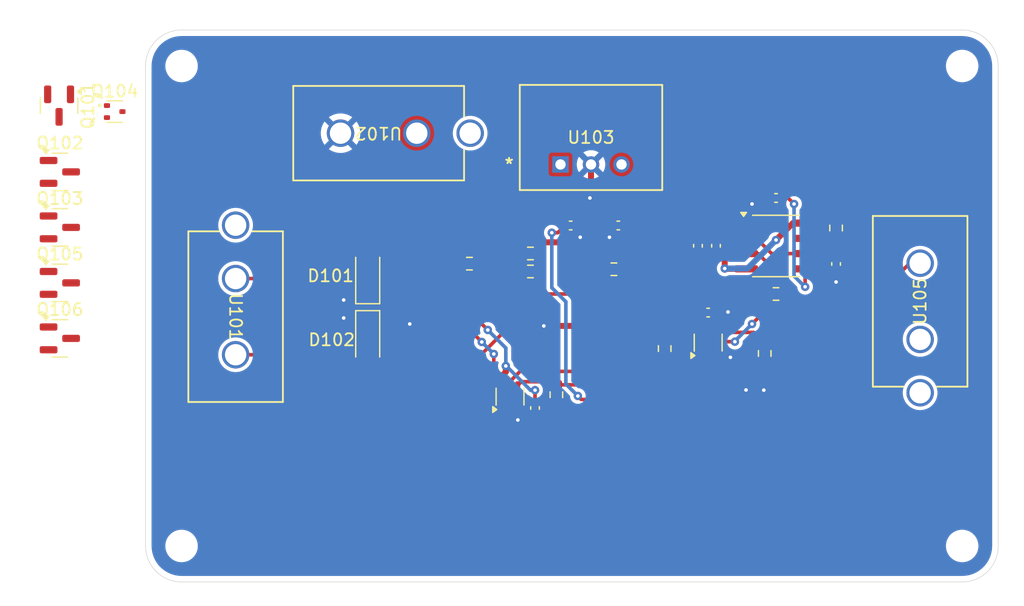
<source format=kicad_pcb>
(kicad_pcb (version 20241229) (generator "pcbnew") (generator_version "9.0")
  (layers (0 "F.Cu" signal) (2 "B.Cu" signal) (13 "F.Paste" user) (15 "B.Paste" user) (5 "F.SilkS" user "F.Silkscreen") (7 "B.SilkS" user "B.Silkscreen") (1 "F.Mask" user) (3 "B.Mask" user) (25 "Edge.Cuts" user))
  (net 0 "")
  (net 1 "+5V")
  (net 2 "/CLOCK")
  (net 3 "GND")
  (net 4 "/THRESH")
  (net 5 "/BMS_LV")
  (net 6 "Net-(Q104-G)")
  (net 7 "/IMD_LV")
  (net 8 "Net-(Q105-D)")
  (net 9 "Net-(Q106-G)")
  (net 10 "+12V")
  (net 11 "Net-(U107-CV)")
  (net 13 "BMS_HV")
  (net 14 "IMD_HV")
  (net 15 "Net-(D103-K)")
  (net 16 "Net-(D103-A)")
  (net 17 "Net-(Q104-S)")
  (net 18 "Net-(Q106-D)")
  (footprint "CONNECTOR:641964-1_TYC" (layer "F.Cu") (at 144.586 90.6 180)
    (property "Reference" "U102" (at 3.175 0 180) (layer "F.SilkS"))
    (property "Value" "641964-1")
    (fp_line (start 10.287 3.937) (end 10.287 -3.937) (stroke (width 0.1524)) (layer "F.SilkS"))
    (fp_line (start 10.287 -3.937) (end -3.937 -3.937) (stroke (width 0.1524)) (layer "F.SilkS"))
    (fp_line (start -3.937 3.937) (end 10.287 3.937) (stroke (width 0.1524)) (layer "F.SilkS"))
    (fp_line (start -3.937 1.385548) (end -3.937 3.937) (stroke (width 0.1524)) (layer "F.SilkS"))
    (fp_line (start -3.937 -3.937) (end -3.937 -1.385548) (stroke (width 0.1524)) (layer "F.SilkS"))
    (fp_circle (center -4.572 0) (end -4.191 0) (stroke (width 0.508)) (fill no) (layer "B.SilkS"))
    (pad "1" thru_hole circle (at 0 0 180) (size 2.286 2.286) (drill 1.778) (layers "*.Cu" "*.Mask") (net 10 "+12V"))
    (pad "2" thru_hole circle (at 6.35 0 180) (size 2.286 2.286) (drill 1.778) (layers "*.Cu" "*.Mask") (net 3 "GND"))
    (pad "3" thru_hole circle (at -4.445 0 180) (size 2.286 2.286) (drill 1.778) (layers "*.Cu" "*.Mask"))
  )
  (footprint "Capacitor_SMD:C_0402_1005Metric" (layer "F.Cu") (at 157.4 98.2925)
    (property "Reference" "C101" (hide yes))
    (property "Value" "10uF")
    (fp_line (start -0.107836 -0.36) (end 0.107836 -0.36) (stroke (width 0.12)) (layer "F.SilkS"))
    (fp_line (start -0.107836 0.36) (end 0.107836 0.36) (stroke (width 0.12)) (layer "F.SilkS"))
    (pad "1" smd roundrect (at -0.48 0) (size 0.56 0.62) (layers "F.Cu" "F.Mask" "F.Paste") (net 10 "+12V"))
    (pad "2" smd roundrect (at 0.48 0) (size 0.56 0.62) (layers "F.Cu" "F.Mask" "F.Paste") (net 3 "GND"))
  )
  (footprint "Capacitor_SMD:C_0402_1005Metric" (layer "F.Cu") (at 168.85 105.55)
    (property "Reference" "C107" (hide yes))
    (property "Value" "0.1u")
    (fp_line (start -0.107836 -0.36) (end 0.107836 -0.36) (stroke (width 0.12)) (layer "F.SilkS"))
    (fp_line (start -0.107836 0.36) (end 0.107836 0.36) (stroke (width 0.12)) (layer "F.SilkS"))
    (pad "1" smd roundrect (at -0.48 0) (size 0.56 0.62) (layers "F.Cu" "F.Mask" "F.Paste") (net 1 "+5V"))
    (pad "2" smd roundrect (at 0.48 0) (size 0.56 0.62) (layers "F.Cu" "F.Mask" "F.Paste") (net 3 "GND"))
  )
  (footprint "Resistor_SMD:R_0603_1608Metric" (layer "F.Cu") (at 173.5575 108.9575 -90)
    (property "Reference" "R106" (hide yes))
    (property "Value" "1k")
    (fp_line (start -0.237258 0.5225) (end 0.237258 0.5225) (stroke (width 0.12)) (layer "F.SilkS"))
    (fp_line (start -0.237258 -0.5225) (end 0.237258 -0.5225) (stroke (width 0.12)) (layer "F.SilkS"))
    (pad "1" smd roundrect (at -0.825 0 270) (size 0.8 0.95) (layers "F.Cu" "F.Mask" "F.Paste") (net 9 "Net-(Q106-G)"))
    (pad "2" smd roundrect (at 0.825 0 270) (size 0.8 0.95) (layers "F.Cu" "F.Mask" "F.Paste") (net 3 "GND"))
  )
  (footprint "Package_TO_SOT_SMD:SOT-23" (layer "F.Cu") (at 114.8625 98.45)
    (property "Reference" "Q103" (at 0 -2.4 0) (layer "F.SilkS"))
    (property "Value" "Q_NMOS_GSD")
    (fp_line (start 0 -1.56) (end -0.65 -1.56) (stroke (width 0.12)) (layer "F.SilkS"))
    (fp_line (start 0 -1.56) (end 0.65 -1.56) (stroke (width 0.12)) (layer "F.SilkS"))
    (fp_line (start 0 1.56) (end -0.65 1.56) (stroke (width 0.12)) (layer "F.SilkS"))
    (fp_line (start 0 1.56) (end 0.65 1.56) (stroke (width 0.12)) (layer "F.SilkS"))
    (fp_poly (pts (xy -1.1625 -1.51) (xy -1.4025 -1.84) (xy -0.9225 -1.84) (xy -1.1625 -1.51)) (stroke (width 0.12)) (fill yes) (layer "F.SilkS"))
    (pad "1" smd roundrect (at -0.9375 -0.95) (size 1.475 0.6) (layers "F.Cu" "F.Mask" "F.Paste") (net 15 "Net-(D103-K)"))
    (pad "2" smd roundrect (at -0.9375 0.95) (size 1.475 0.6) (layers "F.Cu" "F.Mask" "F.Paste") (net 3 "GND"))
    (pad "3" smd roundrect (at 0.9375 0) (size 1.475 0.6) (layers "F.Cu" "F.Mask" "F.Paste") (net 7 "/IMD_LV"))
  )
  (footprint "Diode_SMD:D_SOD-123F" (layer "F.Cu") (at 140.5 102.6 90)
    (property "Reference" "D101" (at 0.111 -3.086 180) (layer "F.SilkS"))
    (property "Value" "D_TVS")
    (fp_line (start -2.21 -1) (end 1.65 -1) (stroke (width 0.12)) (layer "F.SilkS"))
    (fp_line (start -2.21 -1) (end -2.21 1) (stroke (width 0.12)) (layer "F.SilkS"))
    (fp_line (start -2.21 1) (end 1.65 1) (stroke (width 0.12)) (layer "F.SilkS"))
    (pad "1" smd roundrect (at -1.4 0 90) (size 1.1 1.1) (layers "F.Cu" "F.Mask" "F.Paste") (roundrect_rratio 0.2272727273) (net 3 "GND"))
    (pad "2" smd roundrect (at 1.4 0 90) (size 1.1 1.1) (layers "F.Cu" "F.Mask" "F.Paste") (roundrect_rratio 0.2272727273) (net 13 "BMS_HV"))
  )
  (footprint "MountingHole:MountingHole_2.2mm_M2" (layer "F.Cu") (at 125 85)
    (property "Reference" "H101")
    (property "Value" "MountingHole")
    (pad "" np_thru_hole circle (at 0 0) (size 2.2 2.2) (drill 2.2) (layers "*.Cu" "*.Mask"))
  )
  (footprint "Package_TO_SOT_SMD:SOT-353_SC-70-5" (layer "F.Cu") (at 168.85 108.05 90)
    (property "Reference" "U106" (hide yes))
    (property "Value" "74AHC1G08")
    (fp_line (start -0.71 -1.16) (end 0.7 -1.16) (stroke (width 0.12)) (layer "F.SilkS"))
    (fp_line (start -0.7 1.16) (end 0.7 1.16) (stroke (width 0.12)) (layer "F.SilkS"))
    (fp_poly (pts (xy -1.08 -1.11) (xy -1.32 -1.44) (xy -0.84 -1.44) (xy -1.08 -1.11)) (stroke (width 0.12)) (fill yes) (layer "F.SilkS"))
    (pad "1" smd roundrect (at -0.95 -0.65 90) (size 0.65 0.4) (layers "F.Cu" "F.Mask" "F.Paste") (net 8 "Net-(Q105-D)"))
    (pad "2" smd roundrect (at -0.95 0 90) (size 0.65 0.4) (layers "F.Cu" "F.Mask" "F.Paste") (net 2 "/CLOCK"))
    (pad "3" smd roundrect (at -0.95 0.65 90) (size 0.65 0.4) (layers "F.Cu" "F.Mask" "F.Paste") (net 3 "GND"))
    (pad "4" smd roundrect (at 0.95 0.65 90) (size 0.65 0.4) (layers "F.Cu" "F.Mask" "F.Paste") (net 9 "Net-(Q106-G)"))
    (pad "5" smd roundrect (at 0.95 -0.65 90) (size 0.65 0.4) (layers "F.Cu" "F.Mask" "F.Paste") (net 1 "+5V"))
  )
  (footprint "Resistor_SMD:R_0603_1608Metric" (layer "F.Cu") (at 154.05 102.125)
    (property "Reference" "D103" (hide yes))
    (property "Value" "RED")
    (fp_line (start -0.237258 -0.5225) (end 0.237258 -0.5225) (stroke (width 0.12)) (layer "F.SilkS"))
    (fp_line (start -0.237258 0.5225) (end 0.237258 0.5225) (stroke (width 0.12)) (layer "F.SilkS"))
    (pad "1" smd roundrect (at -0.825 0) (size 0.8 0.95) (layers "F.Cu" "F.Mask" "F.Paste") (net 15 "Net-(D103-K)"))
    (pad "2" smd roundrect (at 0.825 0) (size 0.8 0.95) (layers "F.Cu" "F.Mask" "F.Paste") (net 16 "Net-(D103-A)"))
  )
  (footprint "Resistor_SMD:R_0603_1608Metric" (layer "F.Cu") (at 174.5 104)
    (property "Reference" "R107" (hide yes))
    (property "Value" "15k")
    (fp_line (start -0.237258 -0.5225) (end 0.237258 -0.5225) (stroke (width 0.12)) (layer "F.SilkS"))
    (fp_line (start -0.237258 0.5225) (end 0.237258 0.5225) (stroke (width 0.12)) (layer "F.SilkS"))
    (pad "1" smd roundrect (at -0.825 0) (size 0.8 0.95) (layers "F.Cu" "F.Mask" "F.Paste") (net 2 "/CLOCK"))
    (pad "2" smd roundrect (at 0.825 0) (size 0.8 0.95) (layers "F.Cu" "F.Mask" "F.Paste") (net 4 "/THRESH"))
  )
  (footprint "MountingHole:MountingHole_2.2mm_M2" (layer "F.Cu") (at 190 125)
    (property "Reference" "H103")
    (property "Value" "MountingHole")
    (pad "" np_thru_hole circle (at 0 0) (size 2.2 2.2) (drill 2.2) (layers "*.Cu" "*.Mask"))
  )
  (footprint "MountingHole:MountingHole_2.2mm_M2" (layer "F.Cu") (at 190 85)
    (property "Reference" "H104")
    (property "Value" "MountingHole")
    (pad "" np_thru_hole circle (at 0 0) (size 2.2 2.2) (drill 2.2) (layers "*.Cu" "*.Mask"))
  )
  (footprint "Package_TO_SOT_SMD:SOT-23" (layer "F.Cu") (at 114.8625 93.825)
    (property "Reference" "Q102" (at 0 -2.4 0) (layer "F.SilkS"))
    (property "Value" "Q_NMOS_GSD")
    (fp_line (start 0 -1.56) (end -0.65 -1.56) (stroke (width 0.12)) (layer "F.SilkS"))
    (fp_line (start 0 -1.56) (end 0.65 -1.56) (stroke (width 0.12)) (layer "F.SilkS"))
    (fp_line (start 0 1.56) (end -0.65 1.56) (stroke (width 0.12)) (layer "F.SilkS"))
    (fp_line (start 0 1.56) (end 0.65 1.56) (stroke (width 0.12)) (layer "F.SilkS"))
    (fp_poly (pts (xy -1.1625 -1.51) (xy -1.4025 -1.84) (xy -0.9225 -1.84) (xy -1.1625 -1.51)) (stroke (width 0.12)) (fill yes) (layer "F.SilkS"))
    (pad "1" smd roundrect (at -0.9375 -0.95) (size 1.475 0.6) (layers "F.Cu" "F.Mask" "F.Paste") (net 14 "IMD_HV"))
    (pad "2" smd roundrect (at -0.9375 0.95) (size 1.475 0.6) (layers "F.Cu" "F.Mask" "F.Paste") (net 3 "GND"))
    (pad "3" smd roundrect (at 0.9375 0) (size 1.475 0.6) (layers "F.Cu" "F.Mask" "F.Paste") (net 15 "Net-(D103-K)"))
  )
  (footprint "Resistor_SMD:R_0603_1608Metric" (layer "F.Cu") (at 154.05 100.625)
    (property "Reference" "R102" (hide yes))
    (property "Value" "500R")
    (fp_line (start -0.237258 -0.5225) (end 0.237258 -0.5225) (stroke (width 0.12)) (layer "F.SilkS"))
    (fp_line (start -0.237258 0.5225) (end 0.237258 0.5225) (stroke (width 0.12)) (layer "F.SilkS"))
    (pad "1" smd roundrect (at -0.825 0) (size 0.8 0.95) (layers "F.Cu" "F.Mask" "F.Paste") (net 1 "+5V"))
    (pad "2" smd roundrect (at 0.825 0) (size 0.8 0.95) (layers "F.Cu" "F.Mask" "F.Paste") (net 16 "Net-(D103-A)"))
  )
  (footprint "Resistor_SMD:R_0603_1608Metric" (layer "F.Cu") (at 161 101.9375)
    (property "Reference" "R103" (hide yes))
    (property "Value" "10k")
    (fp_line (start -0.237258 -0.5225) (end 0.237258 -0.5225) (stroke (width 0.12)) (layer "F.SilkS"))
    (fp_line (start -0.237258 0.5225) (end 0.237258 0.5225) (stroke (width 0.12)) (layer "F.SilkS"))
    (pad "1" smd roundrect (at -0.825 0) (size 0.8 0.95) (layers "F.Cu" "F.Mask" "F.Paste") (net 1 "+5V"))
    (pad "2" smd roundrect (at 0.825 0) (size 0.8 0.95) (layers "F.Cu" "F.Mask" "F.Paste") (net 7 "/IMD_LV"))
  )
  (footprint "CONNECTOR:641964-1_TYC" (layer "F.Cu") (at 129.5 102.714 -90)
    (property "Reference" "U101" (at 3.175 0 270) (layer "F.SilkS"))
    (property "Value" "641964-1")
    (fp_line (start -3.937 3.937) (end 10.287 3.937) (stroke (width 0.1524)) (layer "F.SilkS"))
    (fp_line (start 10.287 3.937) (end 10.287 -3.937) (stroke (width 0.1524)) (layer "F.SilkS"))
    (fp_line (start -3.937 1.385548) (end -3.937 3.937) (stroke (width 0.1524)) (layer "F.SilkS"))
    (fp_line (start -3.937 -3.937) (end -3.937 -1.385548) (stroke (width 0.1524)) (layer "F.SilkS"))
    (fp_line (start 10.287 -3.937) (end -3.937 -3.937) (stroke (width 0.1524)) (layer "F.SilkS"))
    (fp_circle (center -4.572 0) (end -4.191 0) (stroke (width 0.508)) (fill no) (layer "B.SilkS"))
    (pad "1" thru_hole circle (at 0 0 270) (size 2.286 2.286) (drill 1.778) (layers "*.Cu" "*.Mask") (net 13 "BMS_HV"))
    (pad "2" thru_hole circle (at 6.35 0 270) (size 2.286 2.286) (drill 1.778) (layers "*.Cu" "*.Mask") (net 14 "IMD_HV"))
    (pad "3" thru_hole circle (at -4.445 0 270) (size 2.286 2.286) (drill 1.778) (layers "*.Cu" "*.Mask"))
  )
  (footprint "Resistor_SMD:R_0603_1608Metric" (layer "F.Cu") (at 148.971 101.473 180)
    (property "Reference" "R101" (hide yes))
    (property "Value" "10k")
    (fp_line (start -0.237258 0.5225) (end 0.237258 0.5225) (stroke (width 0.12)) (layer "F.SilkS"))
    (fp_line (start -0.237258 -0.5225) (end 0.237258 -0.5225) (stroke (width 0.12)) (layer "F.SilkS"))
    (pad "1" smd roundrect (at -0.825 0 180) (size 0.8 0.95) (layers "F.Cu" "F.Mask" "F.Paste") (net 1 "+5V"))
    (pad "2" smd roundrect (at 0.825 0 180) (size 0.8 0.95) (layers "F.Cu" "F.Mask" "F.Paste") (net 5 "/BMS_LV"))
  )
  (footprint "R_78E5_0_0_5 (1):R-78E-0.5_RCP" (layer "F.Cu") (at 156.553 93.2075)
    (property "Reference" "U103" (at 2.54 -2.249932 0) (layer "F.SilkS"))
    (property "Value" "R-78E5.0-0.5")
    (fp_line (start -3.3909 -6.631432) (end -3.3909 2.131568) (stroke (width 0.1524)) (layer "F.SilkS"))
    (fp_line (start -3.3909 2.131568) (end 8.4709 2.131568) (stroke (width 0.1524)) (layer "F.SilkS"))
    (fp_line (start 8.4709 -6.631432) (end -3.3909 -6.631432) (stroke (width 0.1524)) (layer "F.SilkS"))
    (fp_line (start 8.4709 2.131568) (end 8.4709 -6.631432) (stroke (width 0.1524)) (layer "F.SilkS"))
    (fp_text user "*" (at -4.2799 0 0) (layer "F.SilkS"))
    (fp_text user "*" (at -4.2799 0 0) (layer "F.SilkS"))
    (pad "1" thru_hole rect (at 0 0) (size 1.3716 1.3716) (drill 0.8636) (layers "*.Cu" "*.Mask") (net 10 "+12V"))
    (pad "2" thru_hole circle (at 2.54 0) (size 1.3716 1.3716) (drill 0.8636) (layers "*.Cu" "*.Mask") (net 3 "GND"))
    (pad "3" thru_hole circle (at 5.08 0) (size 1.3716 1.3716) (drill 0.8636) (layers "*.Cu" "*.Mask") (net 1 "+5V"))
  )
  (footprint "Resistor_SMD:R_0603_1608Metric" (layer "F.Cu") (at 156.21 112.395 -90)
    (property "Reference" "R104" (hide yes))
    (property "Value" "1k")
    (fp_line (start -0.237258 0.5225) (end 0.237258 0.5225) (stroke (width 0.12)) (layer "F.SilkS"))
    (fp_line (start -0.237258 -0.5225) (end 0.237258 -0.5225) (stroke (width 0.12)) (layer "F.SilkS"))
    (pad "1" smd roundrect (at -0.825 0 270) (size 0.8 0.95) (layers "F.Cu" "F.Mask" "F.Paste") (net 6 "Net-(Q104-G)"))
    (pad "2" smd roundrect (at 0.825 0 270) (size 0.8 0.95) (layers "F.Cu" "F.Mask" "F.Paste") (net 3 "GND"))
  )
  (footprint "CONNECTOR:641964-1_TYC" (layer "F.Cu") (at 186.5 107.786 90)
    (property "Reference" "U105" (at 3.175 0 90) (layer "F.SilkS"))
    (property "Value" "641964-1")
    (fp_line (start 10.287 -3.937) (end -3.937 -3.937) (stroke (width 0.1524)) (layer "F.SilkS"))
    (fp_line (start -3.937 -3.937) (end -3.937 -1.385548) (stroke (width 0.1524)) (layer "F.SilkS"))
    (fp_line (start -3.937 1.385548) (end -3.937 3.937) (stroke (width 0.1524)) (layer "F.SilkS"))
    (fp_line (start 10.287 3.937) (end 10.287 -3.937) (stroke (width 0.1524)) (layer "F.SilkS"))
    (fp_line (start -3.937 3.937) (end 10.287 3.937) (stroke (width 0.1524)) (layer "F.SilkS"))
    (fp_circle (center -4.572 0) (end -4.191 0) (stroke (width 0.508)) (fill no) (layer "B.SilkS"))
    (pad "1" thru_hole circle (at 0 0 90) (size 2.286 2.286) (drill 1.778) (layers "*.Cu" "*.Mask") (net 17 "Net-(Q104-S)"))
    (pad "2" thru_hole circle (at 6.35 0 90) (size 2.286 2.286) (drill 1.778) (layers "*.Cu" "*.Mask") (net 18 "Net-(Q106-D)"))
    (pad "3" thru_hole circle (at -4.445 0 90) (size 2.286 2.286) (drill 1.778) (layers "*.Cu" "*.Mask"))
  )
  (footprint "Package_TO_SOT_SMD:SOT-523" (layer "F.Cu") (at 119.4325 88.8)
    (property "Reference" "Q104" (at 0 -1.7 0) (layer "F.SilkS"))
    (property "Value" "Q_PMOS_GSD")
    (fp_line (start 0.65 -0.9) (end -0.65 -0.9) (stroke (width 0.12)) (layer "F.SilkS"))
    (fp_line (start 0.65 0.9) (end -0.65 0.9) (stroke (width 0.12)) (layer "F.SilkS"))
    (fp_circle (center -1.25 -0.51) (end -1.1 -0.51) (fill yes) (layer "F.SilkS"))
    (pad "1" smd roundrect (at -0.645 -0.5 180) (size 0.51 0.4) (layers "F.Cu" "F.Mask" "F.Paste") (net 6 "Net-(Q104-G)"))
    (pad "2" smd roundrect (at -0.645 0.5 180) (size 0.51 0.4) (layers "F.Cu" "F.Mask" "F.Paste") (net 17 "Net-(Q104-S)"))
    (pad "3" smd roundrect (at 0.645 0 180) (size 0.51 0.4) (layers "F.Cu" "F.Mask" "F.Paste") (net 10 "+12V"))
  )
  (footprint "Diode_SMD:D_SOD-123F" (layer "F.Cu") (at 140.5 107.6 -90)
    (property "Reference" "D102" (at 0.223 3 180) (layer "F.SilkS"))
    (property "Value" "D_TVS")
    (fp_line (start -2.21 1) (end 1.65 1) (stroke (width 0.12)) (layer "F.SilkS"))
    (fp_line (start -2.21 -1) (end -2.21 1) (stroke (width 0.12)) (layer "F.SilkS"))
    (fp_line (start -2.21 -1) (end 1.65 -1) (stroke (width 0.12)) (layer "F.SilkS"))
    (pad "1" smd roundrect (at -1.4 0 270) (size 1.1 1.1) (layers "F.Cu" "F.Mask" "F.Paste") (roundrect_rratio 0.2272727273) (net 3 "GND"))
    (pad "2" smd roundrect (at 1.4 0 270) (size 1.1 1.1) (layers "F.Cu" "F.Mask" "F.Paste") (roundrect_rratio 0.2272727273) (net 14 "IMD_HV"))
  )
  (footprint "Resistor_SMD:R_0603_1608Metric" (layer "F.Cu") (at 179.5 98.5 90)
    (property "Reference" "R108" (hide yes))
    (property "Value" "100k")
    (fp_line (start -0.237258 -0.5225) (end 0.237258 -0.5225) (stroke (width 0.12)) (layer "F.SilkS"))
    (fp_line (start -0.237258 0.5225) (end 0.237258 0.5225) (stroke (width 0.12)) (layer "F.SilkS"))
    (pad "1" smd roundrect (at -0.825 0 90) (size 0.8 0.95) (layers "F.Cu" "F.Mask" "F.Paste") (net 4 "/THRESH"))
    (pad "2" smd roundrect (at 0.825 0 90) (size 0.8 0.95) (layers "F.Cu" "F.Mask" "F.Paste") (net 1 "+5V"))
  )
  (footprint "Package_TO_SOT_SMD:SOT-23" (layer "F.Cu") (at 114.8 88.3 -90)
    (property "Reference" "Q101" (at 0 -2.4 90) (layer "F.SilkS"))
    (property "Value" "Q_NMOS_GSD")
    (fp_line (start 0 1.56) (end -0.65 1.56) (stroke (width 0.12)) (layer "F.SilkS"))
    (fp_line (start 0 1.56) (end 0.65 1.56) (stroke (width 0.12)) (layer "F.SilkS"))
    (fp_line (start 0 -1.56) (end -0.65 -1.56) (stroke (width 0.12)) (layer "F.SilkS"))
    (fp_line (start 0 -1.56) (end 0.65 -1.56) (stroke (width 0.12)) (layer "F.SilkS"))
    (fp_poly (pts (xy -1.1625 -1.51) (xy -1.4025 -1.84) (xy -0.9225 -1.84) (xy -1.1625 -1.51)) (stroke (width 0.12)) (fill yes) (layer "F.SilkS"))
    (pad "1" smd roundrect (at -0.9375 -0.95 270) (size 1.475 0.6) (layers "F.Cu" "F.Mask" "F.Paste") (net 13 "BMS_HV"))
    (pad "2" smd roundrect (at -0.9375 0.95 270) (size 1.475 0.6) (layers "F.Cu" "F.Mask" "F.Paste") (net 3 "GND"))
    (pad "3" smd roundrect (at 0.9375 0 270) (size 1.475 0.6) (layers "F.Cu" "F.Mask" "F.Paste") (net 5 "/BMS_LV"))
  )
  (footprint "Package_TO_SOT_SMD:SOT-23" (layer "F.Cu") (at 114.8625 103.075)
    (property "Reference" "Q105" (at 0 -2.4 0) (layer "F.SilkS"))
    (property "Value" "Q_NMOS_GSD")
    (fp_line (start 0 -1.56) (end -0.65 -1.56) (stroke (width 0.12)) (layer "F.SilkS"))
    (fp_line (start 0 -1.56) (end 0.65 -1.56) (stroke (width 0.12)) (layer "F.SilkS"))
    (fp_line (start 0 1.56) (end -0.65 1.56) (stroke (width 0.12)) (layer "F.SilkS"))
    (fp_line (start 0 1.56) (end 0.65 1.56) (stroke (width 0.12)) (layer "F.SilkS"))
    (fp_poly (pts (xy -1.1625 -1.51) (xy -1.4025 -1.84) (xy -0.9225 -1.84) (xy -1.1625 -1.51)) (stroke (width 0.12)) (fill yes) (layer "F.SilkS"))
    (pad "1" smd roundrect (at -0.9375 -0.95) (size 1.475 0.6) (layers "F.Cu" "F.Mask" "F.Paste") (net 17 "Net-(Q104-S)"))
    (pad "2" smd roundrect (at -0.9375 0.95) (size 1.475 0.6) (layers "F.Cu" "F.Mask" "F.Paste") (net 3 "GND"))
    (pad "3" smd roundrect (at 0.9375 0) (size 1.475 0.6) (layers "F.Cu" "F.Mask" "F.Paste") (net 8 "Net-(Q105-D)"))
  )
  (footprint "Capacitor_SMD:C_0402_1005Metric" (layer "F.Cu") (at 174.5 96 180)
    (property "Reference" "C106" (hide yes))
    (property "Value" ".01u")
    (fp_line (start -0.107836 0.36) (end 0.107836 0.36) (stroke (width 0.12)) (layer "F.SilkS"))
    (fp_line (start -0.107836 -0.36) (end 0.107836 -0.36) (stroke (width 0.12)) (layer "F.SilkS"))
    (pad "1" smd roundrect (at -0.48 0 180) (size 0.56 0.62) (layers "F.Cu" "F.Mask" "F.Paste") (net 11 "Net-(U107-CV)"))
    (pad "2" smd roundrect (at 0.48 0 180) (size 0.56 0.62) (layers "F.Cu" "F.Mask" "F.Paste") (net 3 "GND"))
  )
  (footprint "Package_TO_SOT_SMD:SOT-23" (layer "F.Cu") (at 114.8625 107.7)
    (property "Reference" "Q106" (at 0 -2.4 0) (layer "F.SilkS"))
    (property "Value" "Q_NMOS_GSD")
    (fp_line (start 0 -1.56) (end -0.65 -1.56) (stroke (width 0.12)) (layer "F.SilkS"))
    (fp_line (start 0 -1.56) (end 0.65 -1.56) (stroke (width 0.12)) (layer "F.SilkS"))
    (fp_line (start 0 1.56) (end -0.65 1.56) (stroke (width 0.12)) (layer "F.SilkS"))
    (fp_line (start 0 1.56) (end 0.65 1.56) (stroke (width 0.12)) (layer "F.SilkS"))
    (fp_poly (pts (xy -1.1625 -1.51) (xy -1.4025 -1.84) (xy -0.9225 -1.84) (xy -1.1625 -1.51)) (stroke (width 0.12)) (fill yes) (layer "F.SilkS"))
    (pad "1" smd roundrect (at -0.9375 -0.95) (size 1.475 0.6) (layers "F.Cu" "F.Mask" "F.Paste") (net 9 "Net-(Q106-G)"))
    (pad "2" smd roundrect (at -0.9375 0.95) (size 1.475 0.6) (layers "F.Cu" "F.Mask" "F.Paste") (net 3 "GND"))
    (pad "3" smd roundrect (at 0.9375 0) (size 1.475 0.6) (layers "F.Cu" "F.Mask" "F.Paste") (net 18 "Net-(Q106-D)"))
  )
  (footprint "Package_SO:SOIC-8_3.9x4.9mm_P1.27mm" (layer "F.Cu") (at 174.5 100)
    (property "Reference" "U107" (hide yes))
    (property "Value" "LM555xM")
    (fp_line (start 0 -2.56) (end -1.95 -2.56) (stroke (width 0.12)) (layer "F.SilkS"))
    (fp_line (start 0 -2.56) (end 1.95 -2.56) (stroke (width 0.12)) (layer "F.SilkS"))
    (fp_line (start 0 2.56) (end -1.95 2.56) (stroke (width 0.12)) (layer "F.SilkS"))
    (fp_line (start 0 2.56) (end 1.95 2.56) (stroke (width 0.12)) (layer "F.SilkS"))
    (fp_poly (pts (xy -2.7 -2.465) (xy -2.94 -2.795) (xy -2.46 -2.795) (xy -2.7 -2.465)) (stroke (width 0.12)) (fill yes) (layer "F.SilkS"))
    (pad "1" smd roundrect (at -2.475 -1.905) (size 1.95 0.6) (layers "F.Cu" "F.Mask" "F.Paste") (net 3 "GND"))
    (pad "2" smd roundrect (at -2.475 -0.635) (size 1.95 0.6) (layers "F.Cu" "F.Mask" "F.Paste") (net 4 "/THRESH"))
    (pad "3" smd roundrect (at -2.475 0.635) (size 1.95 0.6) (layers "F.Cu" "F.Mask" "F.Paste") (net 2 "/CLOCK"))
    (pad "4" smd roundrect (at -2.475 1.905) (size 1.95 0.6) (layers "F.Cu" "F.Mask" "F.Paste") (net 1 "+5V"))
    (pad "5" smd roundrect (at 2.475 1.905) (size 1.95 0.6) (layers "F.Cu" "F.Mask" "F.Paste") (net 11 "Net-(U107-CV)"))
    (pad "6" smd roundrect (at 2.475 0.635) (size 1.95 0.6) (layers "F.Cu" "F.Mask" "F.Paste") (net 4 "/THRESH"))
    (pad "7" smd roundrect (at 2.475 -0.635) (size 1.95 0.6) (layers "F.Cu" "F.Mask" "F.Paste"))
    (pad "8" smd roundrect (at 2.475 -1.905) (size 1.95 0.6) (layers "F.Cu" "F.Mask" "F.Paste") (net 1 "+5V"))
  )
  (footprint "Resistor_SMD:R_0603_1608Metric" (layer "F.Cu") (at 165.227 108.55 -90)
    (property "Reference" "R105" (hide yes))
    (property "Value" "10k")
    (fp_line (start -0.237258 0.5225) (end 0.237258 0.5225) (stroke (width 0.12)) (layer "F.SilkS"))
    (fp_line (start -0.237258 -0.5225) (end 0.237258 -0.5225) (stroke (width 0.12)) (layer "F.SilkS"))
    (pad "1" smd roundrect (at -0.825 0 270) (size 0.8 0.95) (layers "F.Cu" "F.Mask" "F.Paste") (net 1 "+5V"))
    (pad "2" smd roundrect (at 0.825 0 270) (size 0.8 0.95) (layers "F.Cu" "F.Mask" "F.Paste") (net 8 "Net-(Q105-D)"))
  )
  (footprint "Capacitor_SMD:C_0402_1005Metric" (layer "F.Cu") (at 169.5 99.98 90)
    (property "Reference" "C105" (hide yes))
    (property "Value" "0.1u")
    (fp_line (start -0.107836 -0.36) (end 0.107836 -0.36) (stroke (width 0.12)) (layer "F.SilkS"))
    (fp_line (start -0.107836 0.36) (end 0.107836 0.36) (stroke (width 0.12)) (layer "F.SilkS"))
    (pad "1" smd roundrect (at -0.48 0 90) (size 0.56 0.62) (layers "F.Cu" "F.Mask" "F.Paste") (net 1 "+5V"))
    (pad "2" smd roundrect (at 0.48 0 90) (size 0.56 0.62) (layers "F.Cu" "F.Mask" "F.Paste") (net 3 "GND"))
  )
  (footprint "Capacitor_SMD:C_0402_1005Metric" (layer "F.Cu") (at 154.432 113.5 -90)
    (property "Reference" "C103" (hide yes))
    (property "Value" "0.1u")
    (fp_line (start -0.107836 0.36) (end 0.107836 0.36) (stroke (width 0.12)) (layer "F.SilkS"))
    (fp_line (start -0.107836 -0.36) (end 0.107836 -0.36) (stroke (width 0.12)) (layer "F.SilkS"))
    (pad "1" smd roundrect (at -0.48 0 270) (size 0.56 0.62) (layers "F.Cu" "F.Mask" "F.Paste") (net 1 "+5V"))
    (pad "2" smd roundrect (at 0.48 0 270) (size 0.56 0.62) (layers "F.Cu" "F.Mask" "F.Paste") (net 3 "GND"))
  )
  (footprint "Capacitor_SMD:C_0402_1005Metric" (layer "F.Cu") (at 168 99.98 90)
    (property "Reference" "C104" (hide yes))
    (property "Value" "1u")
    (fp_line (start -0.107836 -0.36) (end 0.107836 -0.36) (stroke (width 0.12)) (layer "F.SilkS"))
    (fp_line (start -0.107836 0.36) (end 0.107836 0.36) (stroke (width 0.12)) (layer "F.SilkS"))
    (pad "1" smd roundrect (at -0.48 0 90) (size 0.56 0.62) (layers "F.Cu" "F.Mask" "F.Paste") (net 1 "+5V"))
    (pad "2" smd roundrect (at 0.48 0 90) (size 0.56 0.62) (layers "F.Cu" "F.Mask" "F.Paste") (net 3 "GND"))
  )
  (footprint "Capacitor_SMD:C_0402_1005Metric" (layer "F.Cu") (at 179.5 101.5 90)
    (property "Reference" "C108" (hide yes))
    (property "Value" "22u")
    (fp_line (start -0.107836 -0.36) (end 0.107836 -0.36) (stroke (width 0.12)) (layer "F.SilkS"))
    (fp_line (start -0.107836 0.36) (end 0.107836 0.36) (stroke (width 0.12)) (layer "F.SilkS"))
    (pad "1" smd roundrect (at -0.48 0 90) (size 0.56 0.62) (layers "F.Cu" "F.Mask" "F.Paste") (net 3 "GND"))
    (pad "2" smd roundrect (at 0.48 0 90) (size 0.56 0.62) (layers "F.Cu" "F.Mask" "F.Paste") (net 4 "/THRESH"))
  )
  (footprint "Package_TO_SOT_SMD:SOT-353_SC-70-5" (layer "F.Cu") (at 152.35 112.55 90)
    (property "Reference" "U104" (hide yes))
    (property "Value" "74AHC1G32")
    (fp_line (start -0.71 -1.16) (end 0.7 -1.16) (stroke (width 0.12)) (layer "F.SilkS"))
    (fp_line (start -0.7 1.16) (end 0.7 1.16) (stroke (width 0.12)) (layer "F.SilkS"))
    (fp_poly (pts (xy -1.08 -1.11) (xy -1.32 -1.44) (xy -0.84 -1.44) (xy -1.08 -1.11)) (stroke (width 0.12)) (fill yes) (layer "F.SilkS"))
    (pad "1" smd roundrect (at -0.95 -0.65 90) (size 0.65 0.4) (layers "F.Cu" "F.Mask" "F.Paste") (net 5 "/BMS_LV"))
    (pad "2" smd roundrect (at -0.95 0 90) (size 0.65 0.4) (layers "F.Cu" "F.Mask" "F.Paste") (net 7 "/IMD_LV"))
    (pad "3" smd roundrect (at -0.95 0.65 90) (size 0.65 0.4) (layers "F.Cu" "F.Mask" "F.Paste") (net 3 "GND"))
    (pad "4" smd roundrect (at 0.95 0.65 90) (size 0.65 0.4) (layers "F.Cu" "F.Mask" "F.Paste") (net 6 "Net-(Q104-G)"))
    (pad "5" smd roundrect (at 0.95 -0.65 90) (size 0.65 0.4) (layers "F.Cu" "F.Mask" "F.Paste") (net 1 "+5V"))
  )
  (footprint "Capacitor_SMD:C_0402_1005Metric" (layer "F.Cu") (at 161.367 98.2925 180)
    (property "Reference" "C102" (hide yes))
    (property "Value" "10uF")
    (fp_line (start -0.107836 0.36) (end 0.107836 0.36) (stroke (width 0.12)) (layer "F.SilkS"))
    (fp_line (start -0.107836 -0.36) (end 0.107836 -0.36) (stroke (width 0.12)) (layer "F.SilkS"))
    (pad "1" smd roundrect (at -0.48 0 180) (size 0.56 0.62) (layers "F.Cu" "F.Mask" "F.Paste") (net 1 "+5V"))
    (pad "2" smd roundrect (at 0.48 0 180) (size 0.56 0.62) (layers "F.Cu" "F.Mask" "F.Paste") (net 3 "GND"))
  )
  (footprint "MountingHole:MountingHole_2.2mm_M2" (layer "F.Cu") (at 125 125)
    (property "Reference" "H102")
    (property "Value" "MountingHole")
    (pad "" np_thru_hole circle (at 0 0) (size 2.2 2.2) (drill 2.2) (layers "*.Cu" "*.Mask"))
  )
  (gr_arc (start 193 125) (mid 192.12132 127.12132) (end 190 128) (stroke (width 0.05)) (layer "Edge.Cuts"))
  (gr_line (start 193 125) (end 193 85) (stroke (width 0.05)) (layer "Edge.Cuts"))
  (gr_line (start 122 85) (end 122 125) (stroke (width 0.05)) (layer "Edge.Cuts"))
  (gr_line (start 125 128) (end 190 128) (stroke (width 0.05)) (layer "Edge.Cuts"))
  (gr_arc (start 122 85) (mid 122.87868 82.87868) (end 125 82) (stroke (width 0.05)) (layer "Edge.Cuts"))
  (gr_line (start 190 82) (end 125 82) (stroke (width 0.05)) (layer "Edge.Cuts"))
  (gr_arc (start 125 128) (mid 122.87868 127.12132) (end 122 125) (stroke (width 0.05)) (layer "Edge.Cuts"))
  (gr_arc (start 190 82) (mid 192.12132 82.87868) (end 193 85) (stroke (width 0.05)) (layer "Edge.Cuts"))
  (segment (start 150.7605 102.4375) (end 151.4125 102.4375) (width 0.3) (layer "F.Cu") (net 1))
  (segment (start 151.7 110.8) (end 151.7 111.6) (width 0.5) (layer "F.Cu") (net 1))
  (segment (start 168 100.46) (end 168 105.18) (width 0.5) (layer "F.Cu") (net 1))
  (segment (start 167.46 100.46) (end 165.2925 98.2925) (width 0.5) (layer "F.Cu") (net 1))
  (segment (start 172.025 101.905) (end 170.257152 101.905) (width 0.5) (layer "F.Cu") (net 1))
  (segment (start 177.395 97.675) (end 176.975 98.095) (width 0.5) (layer "F.Cu") (net 1))
  (segment (start 160 101.775) (end 160 101) (width 0.3) (layer "F.Cu") (net 1))
  (segment (start 152 110) (end 152 110.5) (width 0.5) (layer "F.Cu") (net 1))
  (segment (start 154.432 112.014) (end 154.432 113.02) (width 0.3) (layer "F.Cu") (net 1))
  (segment (start 169.5 100.46) (end 168 100.46) (width 0.5) (layer "F.Cu") (net 1))
  (segment (start 152 110.5) (end 151.7 110.8) (width 0.5) (layer "F.Cu") (net 1))
  (segment (start 154.155 99.695) (end 153.225 100.625) (width 0.5) (layer "F.Cu") (net 1))
  (segment (start 179.5 97.675) (end 177.395 97.675) (width 0.5) (layer "F.Cu") (net 1))
  (segment (start 157.7185 100.2185) (end 157.195 99.695) (width 0.5) (layer "F.Cu") (net 1))
  (segment (start 168.37 105.55) (end 168.37 106.93) (width 0.3) (layer "F.Cu") (net 1))
  (segment (start 176.975 98.095) (end 175.905 98.095) (width 0.5) (layer "F.Cu") (net 1))
  (segment (start 165.2925 98.2925) (end 161.847 98.2925) (width 0.5) (layer "F.Cu") (net 1))
  (segment (start 150.5 107) (end 149.8125 106.3125) (width 0.3) (layer "F.Cu") (net 1))
  (segment (start 149.796 101.473) (end 150.7605 102.4375) (width 0.3) (layer "F.Cu") (net 1))
  (segment (start 175.905 98.095) (end 174.5 99.5) (width 0.5) (layer "F.Cu") (net 1))
  (segment (start 170.227265 101.875113) (end 170.227265 101.187265) (width 0.5) (layer "F.Cu") (net 1))
  (segment (start 160.1625 101.9375) (end 160 101.775) (width 0.3) (layer "F.Cu") (net 1))
  (segment (start 149.8125 101.4895) (end 149.796 101.473) (width 0.3) (layer "F.Cu") (net 1))
  (segment (start 160.5 101) (end 160 101) (width 0.5) (layer "F.Cu") (net 1))
  (segment (start 167.475 107.1) (end 166.85 107.725) (width 0.3) (layer "F.Cu") (net 1))
  (segment (start 157.195 99.695) (end 154.155 99.695) (width 0.5) (layer "F.Cu") (net 1))
  (segment (start 166.85 107.725) (end 165.227 107.725) (width 0.3) (layer "F.Cu") (net 1))
  (segment (start 168.2 107.1) (end 167.475 107.1) (width 0.3) (layer "F.Cu") (net 1))
  (segment (start 168 100.46) (end 167.46 100.46) (width 0.5) (layer "F.Cu") (net 1))
  (segment (start 149.8125 106.3125) (end 149.8125 101.4895) (width 0.3) (layer "F.Cu") (net 1))
  (segment (start 159.2185 100.2185) (end 157.7185 100.2185) (width 0.5) (layer "F.Cu") (net 1))
  (segment (start 170.257152 101.905) (end 170.227265 101.875113) (width 0.5) (layer "F.Cu") (net 1))
  (segment (start 160 101) (end 159.2185 100.2185) (width 0.5) (layer "F.Cu") (net 1))
  (segment (start 161.847 98.2925) (end 161.847 99.653) (width 0.5) (layer "F.Cu") (net 1))
  (segment (start 168 105.18) (end 168.37 105.55) (width 0.5) (layer "F.Cu") (net 1))
  (segment (start 151.4125 102.4375) (end 153.225 100.625) (width 0.3) (layer "F.Cu") (net 1))
  (segment (start 168.37 106.93) (end 168.2 107.1) (width 0.3) (layer "F.Cu") (net 1))
  (segment (start 161.847 99.653) (end 160.5 101) (width 0.5) (layer "F.Cu") (net 1))
  (segment (start 170.227265 101.187265) (end 169.5 100.46) (width 0.5) (layer "F.Cu") (net 1))
  (via (at 152 110) (size 0.7) (drill 0.3) (layers "F.Cu" "B.Cu") (net 1))
  (via (at 174.5 99.5) (size 0.7) (drill 0.3) (layers "F.Cu" "B.Cu") (net 1))
  (via (at 154.432 112.014) (size 0.7) (drill 0.3) (layers "F.Cu" "B.Cu") (net 1))
  (via (at 170.227265 101.875113) (size 0.7) (drill 0.3) (layers "F.Cu" "B.Cu") (net 1))
  (via (at 150.5 107) (size 0.7) (drill 0.3) (layers "F.Cu" "B.Cu") (net 1))
  (segment (start 172.124887 101.875113) (end 170.227265 101.875113) (width 0.5) (layer "B.Cu") (net 1))
  (segment (start 152 110) (end 152 108.5) (width 0.3) (layer "B.Cu") (net 1))
  (segment (start 152 110) (end 152.037 110) (width 0.3) (layer "B.Cu") (net 1))
  (segment (start 152.037 110) (end 154.051 112.014) (width 0.3) (layer "B.Cu") (net 1))
  (segment (start 154.051 112.014) (end 154.432 112.014) (width 0.3) (layer "B.Cu") (net 1))
  (segment (start 173.02 100.98) (end 174.5 99.5) (width 0.5) (layer "B.Cu") (net 1))
  (segment (start 173.02 100.98) (end 172.124887 101.875113) (width 0.5) (layer "B.Cu") (net 1))
  (segment (start 152 108.5) (end 150.5 107) (width 0.3) (layer "B.Cu") (net 1))
  (segment (start 173.675 105.325) (end 172.5 106.5) (width 0.3) (layer "F.Cu") (net 2))
  (segment (start 173.675 104) (end 173.675 105.325) (width 0.3) (layer "F.Cu") (net 2))
  (segment (start 172.025 100.635) (end 172.999999 100.635) (width 0.3) (layer "F.Cu") (net 2))
  (segment (start 168.85 109) (end 168.85 108.645) (width 0.3) (layer "F.Cu") (net 2))
  (segment (start 169.52 107.975) (end 171.075 107.975) (width 0.3) (layer "F.Cu") (net 2))
  (segment (start 168.85 108.645) (end 169.52 107.975) (width 0.3) (layer "F.Cu") (net 2))
  (segment (start 173.675 101.310001) (end 173.675 104) (width 0.3) (layer "F.Cu") (net 2))
  (segment (start 172.999999 100.635) (end 173.675 101.310001) (width 0.3) (layer "F.Cu") (net 2))
  (via (at 171.075 107.975) (size 0.7) (drill 0.3) (layers "F.Cu" "B.Cu") (net 2))
  (via (at 172.5 106.5) (size 0.7) (drill 0.3) (layers "F.Cu" "B.Cu") (net 2))
  (segment (start 171.075 107.975) (end 171.075 107.925) (width 0.3) (layer "B.Cu") (net 2))
  (segment (start 171.075 107.925) (end 172.5 106.5) (width 0.3) (layer "B.Cu") (net 2))
  (segment (start 144.5625 105.9375) (end 144 106.5) (width 0.5) (layer "F.Cu") (net 3))
  (segment (start 160.887 98.2925) (end 160.887 99.017063) (width 0.5) (layer "F.Cu") (net 3))
  (segment (start 155.45 113.98) (end 156.21 113.22) (width 0.3) (layer "F.Cu") (net 3))
  (segment (start 179.5 101.98) (end 179.5 103) (width 0.5) (layer "F.Cu") (net 3))
  (segment (start 170.905 98.095) (end 172.025 98.095) (width 0.5) (layer "F.Cu") (net 3))
  (segment (start 155.163005 106.663005) (end 154.5 106) (width 0.5) (layer "F.Cu") (net 3))
  (segment (start 168 99.5) (end 169.5 99.5) (width 0.5) (layer "F.Cu") (net 3))
  (segment (start 139 104) (end 138.5 104.5) (width 0.5) (layer "F.Cu") (net 3))
  (segment (start 160 105.875) (end 159.211995 106.663005) (width 0.5) (layer "F.Cu") (net 3))
  (segment (start 172.025 98.095) (end 172.025 96.975) (width 0.5) (layer "F.Cu") (net 3))
  (segment (start 171.9 112.1) (end 172 112) (width 0.5) (layer "F.Cu") (net 3))
  (segment (start 157.88 98.9576) (end 158.195589 99.273189) (width 0.5) (layer "F.Cu") (net 3))
  (segment (start 169.5 99.5) (end 170.905 98.095) (width 0.5) (layer "F.Cu") (net 3))
  (segment (start 173.5575 111.9385) (end 173.482 112.014) (width 0.3) (layer "F.Cu") (net 3))
  (segment (start 174.02 96) (end 173 96) (width 0.5) (layer "F.Cu") (net 3))
  (segment (start 146.55 105.9375) (end 144.5625 105.9375) (width 0.5) (layer "F.Cu") (net 3))
  (segment (start 170.700751 109.278433) (end 169.778433 109.278433) (width 0.3) (layer "F.Cu") (net 3))
  (segment (start 173 96) (end 172.5 96.5) (width 0.5) (layer "F.Cu") (net 3))
  (segment (start 153.912 114.5) (end 154.432 113.98) (width 0.3) (layer "F.Cu") (net 3))
  (segment (start 173.482 112.014) (end 173.5455 111.9505) (width 0.3) (layer "F.Cu") (net 3))
  (segment (start 172.025 96.975) (end 172.5 96.5) (width 0.5) (layer "F.Cu") (net 3))
  (segment (start 159.093 93.2075) (end 159.093 95.907) (width 0.5) (layer "F.Cu") (net 3))
  (segment (start 159.093 95.907) (end 159 96) (width 0.5) (layer "F.Cu") (net 3))
  (segment (start 157.88 98.2925) (end 157.88 98.9576) (width 0.5) (layer "F.Cu") (net 3))
  (segment (start 159.211995 106.663005) (end 155.163005 106.663005) (width 0.5) (layer "F.Cu") (net 3))
  (segment (start 153 114.5) (end 153.912 114.5) (width 0.3) (layer "F.Cu") (net 3))
  (segment (start 173.5575 109.7825) (end 173.5575 111.9385) (width 0.3) (layer "F.Cu") (net 3))
  (segment (start 140.5 106.2) (end 138.7 106.2) (width 0.5) (layer "F.Cu") (net 3))
  (segment (start 160.887 99.017063) (end 160.630874 99.273189) (width 0.5) (layer "F.Cu") (net 3))
  (segment (start 170.45 105.55) (end 170.5 105.5) (width 0.3) (layer "F.Cu") (net 3))
  (segment (start 169.33 105.55) (end 170.45 105.55) (width 0.3) (layer "F.Cu") (net 3))
  (segment (start 154.5 106) (end 153 106) (width 0.5) (layer "F.Cu") (net 3))
  (segment (start 173.482 112.014) (end 175.986 112.014) (width 0.3) (layer "F.Cu") (net 3))
  (segment (start 169.778433 109.278433) (end 169.5 109) (width 0.3) (layer "F.Cu") (net 3))
  (segment (start 138.7 106.2) (end 138.5 106) (width 0.5) (layer "F.Cu") (net 3))
  (segment (start 154.432 113.98) (end 155.45 113.98) (width 0.3) (layer "F.Cu") (net 3))
  (segment (start 153 114.5) (end 153 113.5) (width 0.3) (layer "F.Cu") (net 3))
  (segment (start 140.5 104) (end 139 104) (width 0.5) (layer "F.Cu") (net 3))
  (segment (start 170.2 112.1) (end 171.9 112.1) (width 0.5) (layer "F.Cu") (net 3))
  (segment (start 175.986 112.014) (end 176.3125 111.6875) (width 0.3) (layer "F.Cu") (net 3))
  (via (at 179.5 103) (size 0.7) (drill 0.3) (layers "F.Cu" "B.Cu") (net 3))
  (via (at 172.5 96.5) (size 0.7) (drill 0.3) (layers "F.Cu" "B.Cu") (net 3))
  (via (at 153 114.5) (size 0.7) (drill 0.3) (layers "F.Cu" "B.Cu") (net 3))
  (via (at 160.630874 99.273189) (size 0.7) (drill 0.3) (layers "F.Cu" "B.Cu") (net 3))
  (via (at 170.700751 109.278433) (size 0.7) (drill 0.3) (layers "F.Cu" "B.Cu") (net 3))
  (via (at 155.163005 106.663005) (size 0.7) (drill 0.3) (layers "F.Cu" "B.Cu") (net 3))
  (via (at 138.5 104.5) (size 0.7) (drill 0.3) (layers "F.Cu" "B.Cu") (net 3))
  (via (at 170.5 105.5) (size 0.7) (drill 0.3) (layers "F.Cu" "B.Cu") (net 3))
  (via (at 172 112) (size 0.7) (drill 0.3) (layers "F.Cu" "B.Cu") (net 3))
  (via (at 173.482 112.014) (size 0.7) (drill 0.3) (layers "F.Cu" "B.Cu") (net 3))
  (via (at 159 96) (size 0.7) (drill 0.3) (layers "F.Cu" "B.Cu") (net 3))
  (via (at 158.195589 99.273189) (size 0.7) (drill 0.3) (layers "F.Cu" "B.Cu") (net 3))
  (via (at 138.5 106) (size 0.7) (drill 0.3) (layers "F.Cu" "B.Cu") (net 3))
  (via (at 144 106.5) (size 0.7) (drill 0.3) (layers "F.Cu" "B.Cu") (net 3))
  (segment (start 176.975 100.635) (end 179.115 100.635) (width 0.3) (layer "F.Cu") (net 4))
  (segment (start 174.135 100.635) (end 175.514 100.635) (width 0.3) (layer "F.Cu") (net 4))
  (segment (start 179.115 100.635) (end 179.5 101.02) (width 0.3) (layer "F.Cu") (net 4))
  (segment (start 172.865 99.365) (end 174.135 100.635) (width 0.3) (layer "F.Cu") (net 4))
  (segment (start 175.514 100.635) (end 175.325 100.824) (width 0.3) (layer "F.Cu") (net 4))
  (segment (start 179.5 101.02) (end 179.5 98.82) (width 0.3) (layer "F.Cu") (net 4))
  (segment (start 172.025 99.365) (end 172.865 99.365) (width 0.3) (layer "F.Cu") (net 4))
  (segment (start 175.325 100.824) (end 175.325 104) (width 0.3) (layer "F.Cu") (net 4))
  (segment (start 175.514 100.635) (end 176.975 100.635) (width 0.3) (layer "F.Cu") (net 4))
  (segment (start 151 112.8) (end 151 109) (width 0.3) (layer "F.Cu") (net 5))
  (segment (start 148.146 102.354) (end 148.146 101.473) (width 0.3) (layer "F.Cu") (net 5))
  (segment (start 150 108) (end 147.5 105.5) (width 0.3) (layer "F.Cu") (net 5))
  (segment (start 147.5 105.5) (end 147.5 104.0625) (width 0.3) (layer "F.Cu") (net 5))
  (segment (start 151.7 113.5) (end 151 112.8) (width 0.3) (layer "F.Cu") (net 5))
  (segment (start 147.5 104.0625) (end 147.5 103) (width 0.3) (layer "F.Cu") (net 5))
  (segment (start 147.5 103) (end 148.146 102.354) (width 0.3) (layer "F.Cu") (net 5))
  (via (at 150 108) (size 0.7) (drill 0.3) (layers "F.Cu" "B.Cu") (net 5))
  (via (at 151 109) (size 0.7) (drill 0.3) (layers "F.Cu" "B.Cu") (net 5))
  (segment (start 151 109) (end 150 108) (width 0.3) (layer "B.Cu") (net 5))
  (segment (start 158.93 111.57) (end 159 111.5) (width 0.3) (layer "F.Cu") (net 6))
  (segment (start 155.953 111.313) (end 153.287 111.313) (width 0.3) (layer "F.Cu") (net 6))
  (segment (start 153.287 111.313) (end 153 111.6) (width 0.3) (layer "F.Cu") (net 6))
  (segment (start 156.21 111.57) (end 158.93 111.57) (width 0.3) (layer "F.Cu") (net 6))
  (segment (start 156.21 111.57) (end 155.953 111.313) (width 0.3) (layer "F.Cu") (net 6))
  (segment (start 152.35 113.5) (end 152.35 111.284418) (width 0.3) (layer "F.Cu") (net 7))
  (segment (start 153.184418 110.45) (end 160.05 110.45) (width 0.3) (layer "F.Cu") (net 7))
  (segment (start 152.35 111.284418) (end 153.184418 110.45) (width 0.3) (layer "F.Cu") (net 7))
  (segment (start 160.95 109.55) (end 160.95 104) (width 0.3) (layer "F.Cu") (net 7))
  (segment (start 161.825 103.125) (end 160.95 104) (width 0.3) (layer "F.Cu") (net 7))
  (segment (start 160.05 110.45) (end 160.95 109.55) (width 0.3) (layer "F.Cu") (net 7))
  (segment (start 161.825 101.9375) (end 161.825 103.125) (width 0.3) (layer "F.Cu") (net 7))
  (segment (start 168.2 111.025) (end 168.325 111.15) (width 0.3) (layer "F.Cu") (net 8))
  (segment (start 166.85 109.375) (end 165.227 109.375) (width 0.3) (layer "F.Cu") (net 8))
  (segment (start 168.2 109) (end 167.225 109) (width 0.3) (layer "F.Cu") (net 8))
  (segment (start 167.225 109) (end 166.85 109.375) (width 0.3) (layer "F.Cu") (net 8))
  (segment (start 168.2 109) (end 168.2 111.025) (width 0.3) (layer "F.Cu") (net 8))
  (segment (start 173.5575 108.1325) (end 173.6825 108.1325) (width 0.3) (layer "F.Cu") (net 9))
  (segment (start 173.6825 108.1325) (end 175.3625 109.8125) (width 0.3) (layer "F.Cu") (net 9))
  (segment (start 172.626 107.201) (end 173.5575 108.1325) (width 0.3) (layer "F.Cu") (net 9))
  (segment (start 169.601 107.201) (end 172.626 107.201) (width 0.3) (layer "F.Cu") (net 9))
  (segment (start 169.5 107.1) (end 169.601 107.201) (width 0.3) (layer "F.Cu") (net 9))
  (segment (start 156.92 98.2925) (end 156.92 93.5745) (width 0.5) (layer "F.Cu") (net 10))
  (segment (start 158.29 112.79) (end 158 112.5) (width 0.3) (layer "F.Cu") (net 10))
  (segment (start 156.92 93.5745) (end 156.553 93.2075) (width 0.5) (layer "F.Cu") (net 10))
  (segment (start 156.3175 98.895) (end 156.92 98.2925) (width 0.3) (layer "F.Cu") (net 10))
  (segment (start 159.5 112.79) (end 158.29 112.79) (width 0.3) (layer "F.Cu") (net 10))
  (segment (start 155.829 98.895) (end 156.3175 98.895) (width 0.3) (layer "F.Cu") (net 10))
  (via (at 155.829 98.895) (size 0.7) (drill 0.3) (layers "F.Cu" "B.Cu") (net 10))
  (via (at 158 112.5) (size 0.7) (drill 0.3) (layers "F.Cu" "B.Cu") (net 10))
  (segment (start 155.829 98.895) (end 155.829 103.479) (width 0.3) (layer "B.Cu") (net 10))
  (segment (start 155.829 103.479) (end 157 104.65) (width 0.3) (layer "B.Cu") (net 10))
  (segment (start 157 111.5) (end 158 112.5) (width 0.3) (layer "B.Cu") (net 10))
  (segment (start 157 104.65) (end 157 111.5) (width 0.3) (layer "B.Cu") (net 10))
  (segment (start 175.5 96) (end 176 96.5) (width 0.3) (layer "F.Cu") (net 11))
  (segment (start 174.98 96) (end 175.5 96) (width 0.3) (layer "F.Cu") (net 11))
  (segment (start 176.921491 103.400677) (end 176.921491 101.958509) (width 0.3) (layer "F.Cu") (net 11))
  (segment (start 176.921491 101.958509) (end 176.975 101.905) (width 0.3) (layer "F.Cu") (net 11))
  (via (at 176 96.5) (size 0.7) (drill 0.3) (layers "F.Cu" "B.Cu") (net 11))
  (via (at 176.921491 103.400677) (size 0.7) (drill 0.3) (layers "F.Cu" "B.Cu") (net 11))
  (segment (start 176.900677 103.400677) (end 176.921491 103.400677) (width 0.3) (layer "B.Cu") (net 11))
  (segment (start 176 102.5) (end 176 96.5) (width 0.3) (layer "B.Cu") (net 11))
  (segment (start 176.5 103) (end 176.900677 103.400677) (width 0.3) (layer "B.Cu") (net 11))
  (segment (start 176.5 103) (end 176 102.5) (width 0.3) (layer "B.Cu") (net 11))
  (segment (start 145.6 104.0625) (end 145.6 102.6) (width 0.3) (layer "F.Cu") (net 13))
  (segment (start 129.5 102.714) (end 131.786 102.714) (width 0.3) (layer "F.Cu") (net 13))
  (segment (start 144.2 101.2) (end 140.5 101.2) (width 0.3) (layer "F.Cu") (net 13))
  (segment (start 133.3 101.2) (end 140.5 101.2) (width 0.3) (layer "F.Cu") (net 13))
  (segment (start 131.786 102.714) (end 133.3 101.2) (width 0.3) (layer "F.Cu") (net 13))
  (segment (start 145.6 102.6) (end 144.2 101.2) (width 0.3) (layer "F.Cu") (net 13))
  (segment (start 129.5 109.064) (end 140.436 109.064) (width 0.3) (layer "F.Cu") (net 14))
  (segment (start 140.436 109.064) (end 140.5 109) (width 0.3) (layer "F.Cu") (net 14))
  (segment (start 152.05 106.95) (end 150 109) (width 0.3) (layer "F.Cu") (net 14))
  (segment (start 150 109) (end 140.5 109) (width 0.3) (layer "F.Cu") (net 14))
  (segment (start 152.05 104.125) (end 152.05 106.95) (width 0.3) (layer "F.Cu") (net 14))
  (segment (start 153.225 102.125) (end 153.225 103.4) (width 0.3) (layer "F.Cu") (net 15))
  (segment (start 153.225 103.4) (end 153.95 104.125) (width 0.3) (layer "F.Cu") (net 15))
  (segment (start 159.05 104) (end 154.075 104) (width 0.3) (layer "F.Cu") (net 15))
  (segment (start 154.075 104) (end 153.95 104.125) (width 0.3) (layer "F.Cu") (net 15))
  (segment (start 154.875 102.125) (end 154.875 100.625) (width 0.3) (layer "F.Cu") (net 16))
  (segment (start 156.5 121) (end 160.051 117.449) (width 0.3) (layer "F.Cu") (net 17))
  (segment (start 160.051 111.551) (end 160 111.5) (width 0.3) (layer "F.Cu") (net 17))
  (segment (start 160.051 117.449) (end 160.051 111.551) (width 0.3) (layer "F.Cu") (net 17))
  (segment (start 166.775 111.5) (end 160 111.5) (width 0.3) (layer "F.Cu") (net 17))
  (segment (start 168.325 113.05) (end 166.775 111.5) (width 0.3) (layer "F.Cu") (net 17))
  (segment (start 185.639 101.436) (end 186.5 101.436) (width 0.3) (layer "F.Cu") (net 18))
  (segment (start 166.956178 122.494) (end 177.2625 112.187678) (width 0.3) (layer "F.Cu") (net 18))
  (segment (start 177.2625 112.187678) (end 177.2625 109.8125) (width 0.3) (layer "F.Cu") (net 18))
  (segment (start 177.2625 109.8125) (end 185.639 101.436) (width 0.3) (layer "F.Cu") (net 18))
  (segment (start 151.644 122.494) (end 166.956178 122.494) (width 0.3) (layer "F.Cu") (net 18))
  (segment (start 150.15 121) (end 151.644 122.494) (width 0.3) (layer "F.Cu") (net 18))
  (zone (net 1) (net_name "+5V") (layer "F.Cu") (priority 2) (connect_pads yes (clearance 0.3)) (min_thickness 0.25) (fill yes (thermal_gap 0.5) (thermal_bridge_width 0.5))
    (polygon (pts (xy 161.5 91.5) (xy 160.5 92) (xy 160.5 96.5) (xy 161.5 97.5) (xy 161.5 99) (xy 162 99.5) (xy 163 99.5) (xy 163.5 99) (xy 163.5 92) (xy 163 91.5)))
  )
  (zone (net 10) (net_name "+12V") (layer "F.Cu") (priority 1) (connect_pads yes (clearance 0.3)) (min_thickness 0.25) (fill yes (thermal_gap 0.5) (thermal_bridge_width 0.5))
    (polygon (pts (xy 157.36 92.06) (xy 157.71 92.41) (xy 157.71 94.08) (xy 157.4 94.39) (xy 144.69 94.39) (xy 142.61 92.31) (xy 142.61 89.08) (xy 142.62 88.73) (xy 143.77 88.56) (xy 145.29 88.56) (xy 146.53 89.8) (xy 146.53 92.08) (xy 146.51 92.06)))
  )
  (zone (net 3) (net_name "GND") (layer "B.Cu") (connect_pads (clearance 0.3)) (min_thickness 0.25) (fill yes (thermal_gap 0.5) (thermal_bridge_width 0.5))
    (polygon (pts (xy 122 130) (xy 195 130) (xy 195 80) (xy 122 79.5)))
  )
)
</source>
